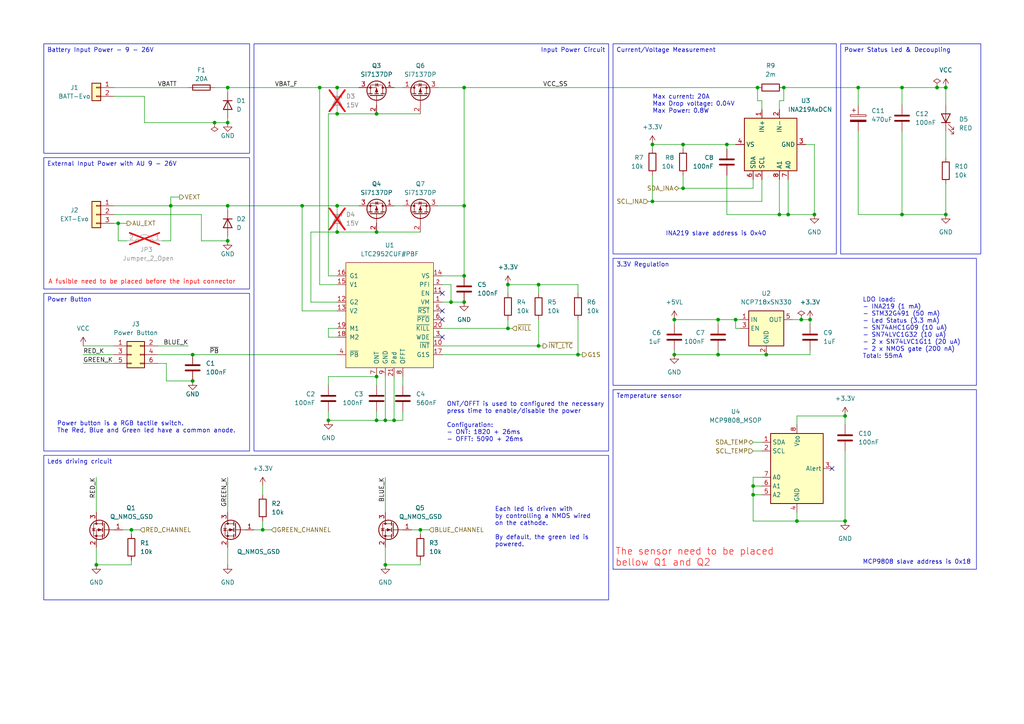
<source format=kicad_sch>
(kicad_sch (version 20230121) (generator eeschema)
  (paper "A4")
  (title_block (title "Carte Alim") (date "2024-03-26") (rev "V5.0"))
  (lib_symbols
    (symbol "ComponentsEvo:LTC2952CUF#PBF" (pin_names (offset 1.016))
      (property "Reference" "U" (at 0 16.51 0))
      (property "Value" "LTC2952CUF#PBF" (at 0 2.54 90))
      (symbol "LTC2952CUF#PBF_0_1"
        (rectangle (start 12.7 15.24) (end -12.7 -15.24) (fill (type background)))
      )
      (symbol "LTC2952CUF#PBF_1_1"
        (pin input line (at 15.24 3.81 180) (length 2.54) (name "VM") (number "1"))
        (pin output line (at 15.24 -8.89 180) (length 2.54) (name "~{INT}") (number "10"))
        (pin output line (at 15.24 6.35 180) (length 2.54) (name "EN") (number "11"))
        (pin output line (at -15.24 3.81 0) (length 2.54) (name "G2") (number "12"))
        (pin power_in line (at -15.24 1.27 0) (length 2.54) (name "V2") (number "13"))
        (pin power_in line (at 15.24 11.43 180) (length 2.54) (name "VS") (number "14"))
        (pin power_in line (at -15.24 8.89 0) (length 2.54) (name "V1") (number "15"))
        (pin output line (at -15.24 11.43 0) (length 2.54) (name "G1") (number "16"))
        (pin output line (at 15.24 -11.43 180) (length 2.54) (name "G1S") (number "17"))
        (pin input line (at -15.24 -6.35 0) (length 2.54) (name "M2") (number "18"))
        (pin input line (at -15.24 -3.81 0) (length 2.54) (name "M1") (number "19"))
        (pin input line (at 15.24 8.89 180) (length 2.54) (name "PFI") (number "2"))
        (pin input line (at 15.24 -3.81 180) (length 2.54) (name "~{KILL}") (number "20"))
        (pin power_in line (at 1.27 -17.78 90) (length 2.54) (name "Pad") (number "21"))
        (pin input line (at 15.24 -6.35 180) (length 2.54) (name "WDE") (number "3"))
        (pin input line (at -15.24 -11.43 0) (length 2.54) (name "~{PB}") (number "4"))
        (pin output line (at 15.24 1.27 180) (length 2.54) (name "~{RST}") (number "5"))
        (pin output line (at 15.24 -1.27 180) (length 2.54) (name "~{PFO}") (number "6"))
        (pin input line (at -3.81 -17.78 90) (length 2.54) (name "ONT") (number "7"))
        (pin input line (at 3.81 -17.78 90) (length 2.54) (name "OFFT") (number "8"))
        (pin power_in line (at -1.27 -17.78 90) (length 2.54) (name "GND") (number "9"))
      )
    )
    (symbol "ComponentsEvo:Si7137DP" (pin_names (offset 0) hide)
      (property "Reference" "Q" (at -6.35 8.89 0))
      (property "Value" "Si7137DP" (at -6.35 6.35 0))
      (symbol "Si7137DP_0_1"
        (polyline (pts (xy 0.254 0) (xy -2.54 0)))
        (polyline (pts (xy 0.254 1.905) (xy 0.254 -1.905)) (stroke (width 0.254)))
        (polyline (pts (xy 0.762 -1.27) (xy 0.762 -2.286)) (stroke (width 0.254)))
        (polyline (pts (xy 0.762 0.508) (xy 0.762 -0.508)) (stroke (width 0.254)))
        (polyline (pts (xy 0.762 2.286) (xy 0.762 1.27)) (stroke (width 0.254)))
        (polyline (pts (xy 2.54 2.54) (xy 2.54 1.778)))
        (polyline (pts (xy 2.54 -2.54) (xy 2.54 0) (xy 0.762 0)))
        (polyline (pts (xy 0.762 -1.778) (xy 3.302 -1.778) (xy 3.302 1.778) (xy 0.762 1.778)))
        (polyline (pts (xy 2.286 0) (xy 1.27 0.381) (xy 1.27 -0.381) (xy 2.286 0)) (fill (type outline)))
        (polyline (pts (xy 2.794 0.508) (xy 2.921 0.381) (xy 3.683 0.381) (xy 3.81 0.254)))
        (polyline (pts (xy 3.302 0.381) (xy 2.921 -0.254) (xy 3.683 -0.254) (xy 3.302 0.381)))
        (circle (center 1.651 0) (radius 2.794) (stroke (width 0.254)))
        (circle (center 2.54 -1.778) (radius 0.254) (fill (type outline)))
        (circle (center 2.54 1.778) (radius 0.254) (fill (type outline)))
      )
      (symbol "Si7137DP_1_1"
        (pin passive line (at 2.54 5.08 270) (length 2.54) (name "D") (number "1"))
        (pin input line (at -5.08 0 0) (length 2.54) (name "G") (number "2"))
        (pin passive line (at 2.54 -5.08 90) (length 2.54) (name "S") (number "3"))
      )
    )
    (symbol "Connector_Generic:Conn_01x02" (pin_names (offset 1.016) hide)
      (property "Reference" "J" (at 0 2.54 0))
      (property "Value" "Conn_01x02" (at 0 -5.08 0))
      (symbol "Conn_01x02_1_1"
        (rectangle (start -1.27 -2.413) (end 0 -2.667) (stroke (width 0.1524)))
        (rectangle (start -1.27 0.127) (end 0 -0.127) (stroke (width 0.1524)))
        (rectangle (start -1.27 1.27) (end 1.27 -3.81) (stroke (width 0.254)) (fill (type background)))
        (pin passive line (at -5.08 0 0) (length 3.81) (name "Pin_1") (number "1"))
        (pin passive line (at -5.08 -2.54 0) (length 3.81) (name "Pin_2") (number "2"))
      )
    )
    (symbol "Connector_Generic:Conn_01x03" (pin_names (offset 1.016) hide)
      (property "Reference" "J" (at 0 5.08 0))
      (property "Value" "Conn_01x03" (at 0 -5.08 0))
      (symbol "Conn_01x03_1_1"
        (rectangle (start -1.27 -2.413) (end 0 -2.667) (stroke (width 0.1524)))
        (rectangle (start -1.27 0.127) (end 0 -0.127) (stroke (width 0.1524)))
        (rectangle (start -1.27 2.667) (end 0 2.413) (stroke (width 0.1524)))
        (rectangle (start -1.27 3.81) (end 1.27 -3.81) (stroke (width 0.254)) (fill (type background)))
        (pin passive line (at -5.08 2.54 0) (length 3.81) (name "Pin_1") (number "1"))
        (pin passive line (at -5.08 0 0) (length 3.81) (name "Pin_2") (number "2"))
        (pin passive line (at -5.08 -2.54 0) (length 3.81) (name "Pin_3") (number "3"))
      )
    )
    (symbol "Connector_Generic:Conn_02x03_Odd_Even" (pin_names (offset 1.016) hide)
      (property "Reference" "J" (at 1.27 5.08 0))
      (property "Value" "Conn_02x03_Odd_Even" (at 1.27 -5.08 0))
      (symbol "Conn_02x03_Odd_Even_1_1"
        (rectangle (start -1.27 -2.413) (end 0 -2.667) (stroke (width 0.1524)))
        (rectangle (start -1.27 0.127) (end 0 -0.127) (stroke (width 0.1524)))
        (rectangle (start -1.27 2.667) (end 0 2.413) (stroke (width 0.1524)))
        (rectangle (start -1.27 3.81) (end 3.81 -3.81) (stroke (width 0.254)) (fill (type background)))
        (rectangle (start 3.81 -2.413) (end 2.54 -2.667) (stroke (width 0.1524)))
        (rectangle (start 3.81 0.127) (end 2.54 -0.127) (stroke (width 0.1524)))
        (rectangle (start 3.81 2.667) (end 2.54 2.413) (stroke (width 0.1524)))
        (pin passive line (at -5.08 2.54 0) (length 3.81) (name "Pin_1") (number "1"))
        (pin passive line (at 7.62 2.54 180) (length 3.81) (name "Pin_2") (number "2"))
        (pin passive line (at -5.08 0 0) (length 3.81) (name "Pin_3") (number "3"))
        (pin passive line (at 7.62 0 180) (length 3.81) (name "Pin_4") (number "4"))
        (pin passive line (at -5.08 -2.54 0) (length 3.81) (name "Pin_5") (number "5"))
        (pin passive line (at 7.62 -2.54 180) (length 3.81) (name "Pin_6") (number "6"))
      )
    )
    (symbol "Device:C" (pin_numbers hide) (pin_names (offset 0.254))
      (property "Reference" "C" (at 0.635 2.54 0))
      (property "Value" "C" (at 0.635 -2.54 0))
      (symbol "C_0_1"
        (polyline (pts (xy -2.032 -0.762) (xy 2.032 -0.762)) (stroke (width 0.508)))
        (polyline (pts (xy -2.032 0.762) (xy 2.032 0.762)) (stroke (width 0.508)))
      )
      (symbol "C_1_1"
        (pin passive line (at 0 3.81 270) (length 2.794) (name "~") (number "1"))
        (pin passive line (at 0 -3.81 90) (length 2.794) (name "~") (number "2"))
      )
    )
    (symbol "Device:C_Polarized" (pin_numbers hide) (pin_names (offset 0.254))
      (property "Reference" "C" (at 0.635 2.54 0))
      (property "Value" "C_Polarized" (at 0.635 -2.54 0))
      (symbol "C_Polarized_0_1"
        (rectangle (start -2.286 0.508) (end 2.286 1.016))
        (polyline (pts (xy -1.778 2.286) (xy -0.762 2.286)))
        (polyline (pts (xy -1.27 2.794) (xy -1.27 1.778)))
        (rectangle (start 2.286 -0.508) (end -2.286 -1.016) (fill (type outline)))
      )
      (symbol "C_Polarized_1_1"
        (pin passive line (at 0 3.81 270) (length 2.794) (name "~") (number "1"))
        (pin passive line (at 0 -3.81 90) (length 2.794) (name "~") (number "2"))
      )
    )
    (symbol "Device:D" (pin_numbers hide) (pin_names (offset 1.016) hide)
      (property "Reference" "D" (at 0 2.54 0))
      (property "Value" "D" (at 0 -2.54 0))
      (symbol "D_0_1"
        (polyline (pts (xy -1.27 1.27) (xy -1.27 -1.27)) (stroke (width 0.254)))
        (polyline (pts (xy 1.27 0) (xy -1.27 0)))
        (polyline (pts (xy 1.27 1.27) (xy 1.27 -1.27) (xy -1.27 0) (xy 1.27 1.27)) (stroke (width 0.254)))
      )
      (symbol "D_1_1"
        (pin passive line (at -3.81 0 0) (length 2.54) (name "K") (number "1"))
        (pin passive line (at 3.81 0 180) (length 2.54) (name "A") (number "2"))
      )
    )
    (symbol "Device:D_Zener" (pin_numbers hide) (pin_names (offset 1.016) hide)
      (property "Reference" "D" (at 0 2.54 0))
      (property "Value" "D_Zener" (at 0 -2.54 0))
      (symbol "D_Zener_0_1"
        (polyline (pts (xy 1.27 0) (xy -1.27 0)))
        (polyline (pts (xy -1.27 -1.27) (xy -1.27 1.27) (xy -0.762 1.27)) (stroke (width 0.254)))
        (polyline (pts (xy 1.27 -1.27) (xy 1.27 1.27) (xy -1.27 0) (xy 1.27 -1.27)) (stroke (width 0.254)))
      )
      (symbol "D_Zener_1_1"
        (pin passive line (at -3.81 0 0) (length 2.54) (name "K") (number "1"))
        (pin passive line (at 3.81 0 180) (length 2.54) (name "A") (number "2"))
      )
    )
    (symbol "Device:Fuse" (pin_numbers hide) (pin_names (offset 0))
      (property "Reference" "F" (at 2.032 0 90))
      (property "Value" "Fuse" (at -1.905 0 90))
      (symbol "Fuse_0_1"
        (rectangle (start -0.762 -2.54) (end 0.762 2.54) (stroke (width 0.254)))
        (polyline (pts (xy 0 2.54) (xy 0 -2.54)))
      )
      (symbol "Fuse_1_1"
        (pin passive line (at 0 3.81 270) (length 1.27) (name "~") (number "1"))
        (pin passive line (at 0 -3.81 90) (length 1.27) (name "~") (number "2"))
      )
    )
    (symbol "Device:LED" (pin_numbers hide) (pin_names (offset 1.016) hide)
      (property "Reference" "D" (at 0 2.54 0))
      (property "Value" "LED" (at 0 -2.54 0))
      (symbol "LED_0_1"
        (polyline (pts (xy -1.27 -1.27) (xy -1.27 1.27)) (stroke (width 0.254)))
        (polyline (pts (xy -1.27 0) (xy 1.27 0)))
        (polyline (pts (xy 1.27 -1.27) (xy 1.27 1.27) (xy -1.27 0) (xy 1.27 -1.27)) (stroke (width 0.254)))
        (polyline (pts (xy -3.048 -0.762) (xy -4.572 -2.286) (xy -3.81 -2.286) (xy -4.572 -2.286) (xy -4.572 -1.524)))
        (polyline (pts (xy -1.778 -0.762) (xy -3.302 -2.286) (xy -2.54 -2.286) (xy -3.302 -2.286) (xy -3.302 -1.524)))
      )
      (symbol "LED_1_1"
        (pin passive line (at -3.81 0 0) (length 2.54) (name "K") (number "1"))
        (pin passive line (at 3.81 0 180) (length 2.54) (name "A") (number "2"))
      )
    )
    (symbol "Device:Q_NMOS_GSD" (pin_names (offset 0) hide)
      (property "Reference" "Q" (at 5.08 1.27 0))
      (property "Value" "Q_NMOS_GSD" (at 5.08 -1.27 0))
      (symbol "Q_NMOS_GSD_0_1"
        (polyline (pts (xy 0.254 0) (xy -2.54 0)))
        (polyline (pts (xy 0.254 1.905) (xy 0.254 -1.905)) (stroke (width 0.254)))
        (polyline (pts (xy 0.762 -1.27) (xy 0.762 -2.286)) (stroke (width 0.254)))
        (polyline (pts (xy 0.762 0.508) (xy 0.762 -0.508)) (stroke (width 0.254)))
        (polyline (pts (xy 0.762 2.286) (xy 0.762 1.27)) (stroke (width 0.254)))
        (polyline (pts (xy 2.54 2.54) (xy 2.54 1.778)))
        (polyline (pts (xy 2.54 -2.54) (xy 2.54 0) (xy 0.762 0)))
        (polyline (pts (xy 0.762 -1.778) (xy 3.302 -1.778) (xy 3.302 1.778) (xy 0.762 1.778)))
        (polyline (pts (xy 1.016 0) (xy 2.032 0.381) (xy 2.032 -0.381) (xy 1.016 0)) (fill (type outline)))
        (polyline (pts (xy 2.794 0.508) (xy 2.921 0.381) (xy 3.683 0.381) (xy 3.81 0.254)))
        (polyline (pts (xy 3.302 0.381) (xy 2.921 -0.254) (xy 3.683 -0.254) (xy 3.302 0.381)))
        (circle (center 1.651 0) (radius 2.794) (stroke (width 0.254)))
        (circle (center 2.54 -1.778) (radius 0.254) (fill (type outline)))
        (circle (center 2.54 1.778) (radius 0.254) (fill (type outline)))
      )
      (symbol "Q_NMOS_GSD_1_1"
        (pin input line (at -5.08 0 0) (length 2.54) (name "G") (number "1"))
        (pin passive line (at 2.54 -5.08 90) (length 2.54) (name "S") (number "2"))
        (pin passive line (at 2.54 5.08 270) (length 2.54) (name "D") (number "3"))
      )
    )
    (symbol "Device:R" (pin_numbers hide) (pin_names (offset 0))
      (property "Reference" "R" (at 2.032 0 90))
      (property "Value" "R" (at 0 0 90))
      (symbol "R_0_1"
        (rectangle (start -1.016 -2.54) (end 1.016 2.54) (stroke (width 0.254)))
      )
      (symbol "R_1_1"
        (pin passive line (at 0 3.81 270) (length 1.27) (name "~") (number "1"))
        (pin passive line (at 0 -3.81 90) (length 1.27) (name "~") (number "2"))
      )
    )
    (symbol "Jumper:Jumper_2_Open" (pin_names (offset 0) hide)
      (property "Reference" "JP" (at 0 2.794 0))
      (property "Value" "Jumper_2_Open" (at 0 -2.286 0))
      (symbol "Jumper_2_Open_0_0"
        (circle (center -2.032 0) (radius 0.508))
        (circle (center 2.032 0) (radius 0.508))
      )
      (symbol "Jumper_2_Open_0_1"
        (arc (start 1.524 1.27) (mid 0 1.778) (end -1.524 1.27))
      )
      (symbol "Jumper_2_Open_1_1"
        (pin passive line (at -5.08 0 0) (length 2.54) (name "A") (number "1"))
        (pin passive line (at 5.08 0 180) (length 2.54) (name "B") (number "2"))
      )
    )
    (symbol "Regulator_Linear:NCP718xSN330"
      (property "Reference" "U" (at -3.81 6.35 0))
      (property "Value" "NCP718xSN330" (at 6.35 6.35 0))
      (symbol "NCP718xSN330_0_1"
        (rectangle (start -5.08 -5.08) (end 5.08 5.08) (stroke (width 0.254)) (fill (type background)))
        (pin power_in line (at -7.62 2.54 0) (length 2.54) (name "IN") (number "1"))
        (pin power_in line (at 0 -7.62 90) (length 2.54) (name "GND") (number "2"))
        (pin input line (at -7.62 0 0) (length 2.54) (name "EN") (number "3"))
        (pin no_connect line (at 5.08 0 180) (length 2.54) hide (name "NC") (number "4"))
        (pin power_out line (at 7.62 2.54 180) (length 2.54) (name "OUT") (number "5"))
      )
    )
    (symbol "Sensor_Energy:INA219AxDCN"
      (property "Reference" "U" (at -6.35 8.89 0))
      (property "Value" "INA219AxDCN" (at 6.35 8.89 0))
      (symbol "INA219AxDCN_0_1"
        (rectangle (start -7.62 7.62) (end 7.62 -7.62) (stroke (width 0.254)) (fill (type background)))
      )
      (symbol "INA219AxDCN_1_1"
        (pin input line (at -10.16 2.54 0) (length 2.54) (name "IN+") (number "1"))
        (pin input line (at -10.16 -2.54 0) (length 2.54) (name "IN-") (number "2"))
        (pin power_in line (at 0 -10.16 90) (length 2.54) (name "GND") (number "3"))
        (pin power_in line (at 0 10.16 270) (length 2.54) (name "VS") (number "4"))
        (pin input line (at 10.16 2.54 180) (length 2.54) (name "SCL") (number "5"))
        (pin bidirectional line (at 10.16 5.08 180) (length 2.54) (name "SDA") (number "6"))
        (pin input line (at 10.16 -5.08 180) (length 2.54) (name "A0") (number "7"))
        (pin input line (at 10.16 -2.54 180) (length 2.54) (name "A1") (number "8"))
      )
    )
    (symbol "Sensor_Temperature:MCP9808_MSOP"
      (property "Reference" "U" (at -6.35 11.43 0))
      (property "Value" "MCP9808_MSOP" (at 10.16 11.43 0))
      (symbol "MCP9808_MSOP_0_1"
        (rectangle (start -7.62 10.16) (end 7.62 -10.16) (stroke (width 0.254)) (fill (type background)))
      )
      (symbol "MCP9808_MSOP_1_1"
        (pin bidirectional line (at -10.16 7.62 0) (length 2.54) (name "SDA") (number "1"))
        (pin input line (at -10.16 5.08 0) (length 2.54) (name "SCL") (number "2"))
        (pin output line (at 10.16 0 180) (length 2.54) (name "Alert") (number "3"))
        (pin power_in line (at 0 -12.7 90) (length 2.54) (name "GND") (number "4"))
        (pin input line (at -10.16 -7.62 0) (length 2.54) (name "A2") (number "5"))
        (pin input line (at -10.16 -5.08 0) (length 2.54) (name "A1") (number "6"))
        (pin input line (at -10.16 -2.54 0) (length 2.54) (name "A0") (number "7"))
        (pin power_in line (at 0 12.7 270) (length 2.54) (name "V_{DD}") (number "8"))
      )
    )
    (symbol "power:+3.3V" (power) (pin_names (offset 0))
      (property "Value" "+3.3V" (at 0 3.556 0))
      (symbol "+3.3V_0_1"
        (polyline (pts (xy -0.762 1.27) (xy 0 2.54)))
        (polyline (pts (xy 0 0) (xy 0 2.54)))
        (polyline (pts (xy 0 2.54) (xy 0.762 1.27)))
      )
      (symbol "+3.3V_1_1"
        (pin power_in line (at 0 0 90) (length 0) hide (name "+3.3V") (number "1"))
      )
    )
    (symbol "power:+5VL" (power) (pin_names (offset 0))
      (property "Value" "+5VL" (at 0 3.556 0))
      (symbol "+5VL_0_1"
        (polyline (pts (xy -0.762 1.27) (xy 0 2.54)))
        (polyline (pts (xy 0 0) (xy 0 2.54)))
        (polyline (pts (xy 0 2.54) (xy 0.762 1.27)))
      )
      (symbol "+5VL_1_1"
        (pin power_in line (at 0 0 90) (length 0) hide (name "+5VL") (number "1"))
      )
    )
    (symbol "power:GND" (power) (pin_names (offset 0))
      (property "Value" "GND" (at 0 -3.81 0))
      (symbol "GND_0_1"
        (polyline (pts (xy 0 0) (xy 0 -1.27) (xy 1.27 -1.27) (xy 0 -2.54) (xy -1.27 -1.27) (xy 0 -1.27)))
      )
      (symbol "GND_1_1"
        (pin power_in line (at 0 0 270) (length 0) hide (name "GND") (number "1"))
      )
    )
    (symbol "power:PWR_FLAG" (power) (pin_numbers hide) (pin_names (offset 0) hide)
      (property "Value" "PWR_FLAG" (at 0 3.81 0))
      (symbol "PWR_FLAG_0_0"
        (pin power_out line (at 0 0 90) (length 0) (name "pwr") (number "1"))
      )
      (symbol "PWR_FLAG_0_1"
        (polyline (pts (xy 0 0) (xy 0 1.27) (xy -1.016 1.905) (xy 0 2.54) (xy 1.016 1.905) (xy 0 1.27)))
      )
    )
    (symbol "power:VCC" (power) (pin_names (offset 0))
      (property "Value" "VCC" (at 0 3.81 0))
      (symbol "VCC_0_1"
        (polyline (pts (xy -0.762 1.27) (xy 0 2.54)))
        (polyline (pts (xy 0 0) (xy 0 2.54)))
        (polyline (pts (xy 0 2.54) (xy 0.762 1.27)))
      )
      (symbol "VCC_1_1"
        (pin power_in line (at 0 0 90) (length 0) hide (name "VCC") (number "1"))
      )
    )
  )
  (junction (at 208.28 92.71))
  (junction (at 114.3 121.92))
  (junction (at 274.32 62.23))
  (junction (at 219.71 25.4))
  (junction (at 134.62 59.69))
  (junction (at 227.33 25.4))
  (junction (at 55.88 102.87))
  (junction (at 261.62 25.4))
  (junction (at 130.81 87.63))
  (junction (at 111.76 121.92))
  (junction (at 95.25 121.92))
  (junction (at 232.41 92.71))
  (junction (at 218.44 140.97))
  (junction (at 87.63 59.69))
  (junction (at 92.71 25.4))
  (junction (at 248.92 25.4))
  (junction (at 156.21 82.55))
  (junction (at 109.22 121.92))
  (junction (at 66.04 59.69))
  (junction (at 261.62 62.23))
  (junction (at 189.23 41.91))
  (junction (at 271.78 25.4))
  (junction (at 234.95 92.71))
  (junction (at 195.58 102.87))
  (junction (at 156.21 100.33))
  (junction (at 121.92 153.67))
  (junction (at 210.82 41.91))
  (junction (at 222.25 102.87))
  (junction (at 97.79 67.31))
  (junction (at 147.32 82.55))
  (junction (at 218.44 143.51))
  (junction (at 62.23 35.56))
  (junction (at 134.62 25.4))
  (junction (at 208.28 102.87))
  (junction (at 76.2 153.67))
  (junction (at 109.22 109.22))
  (junction (at 97.79 59.69))
  (junction (at 49.53 59.69))
  (junction (at 134.62 87.63))
  (junction (at 245.11 151.13))
  (junction (at 147.32 95.25))
  (junction (at 66.04 25.4))
  (junction (at 167.64 102.87))
  (junction (at 27.94 163.83))
  (junction (at 228.6 62.23))
  (junction (at 66.04 69.85))
  (junction (at 226.06 62.23))
  (junction (at 55.88 110.49))
  (junction (at 109.22 67.31))
  (junction (at 213.36 92.71))
  (junction (at 274.32 25.4))
  (junction (at 245.11 120.65))
  (junction (at 189.23 58.42))
  (junction (at 97.79 25.4))
  (junction (at 231.14 151.13))
  (junction (at 134.62 80.01))
  (junction (at 236.22 62.23))
  (junction (at 66.04 35.56))
  (junction (at 198.12 41.91))
  (junction (at 38.1 153.67))
  (junction (at 195.58 92.71))
  (junction (at 97.79 33.02))
  (junction (at 111.76 163.83))
  (junction (at 198.12 54.61))
  (junction (at 109.22 33.02))
  (junction (at 34.29 64.77))
  (no_connect (at 128.27 85.09))
  (no_connect (at 128.27 90.17))
  (no_connect (at 128.27 92.71))
  (no_connect (at 241.3 135.89))
  (no_connect (at 128.27 97.79))
  (wire (pts (xy 97.79 90.17) (xy 87.63 90.17)))
  (wire (pts (xy 33.02 59.69) (xy 49.53 59.69)))
  (wire (pts (xy 114.3 59.69) (xy 116.84 59.69)))
  (wire (pts (xy 38.1 153.67) (xy 40.64 153.67)))
  (wire (pts (xy 218.44 128.27) (xy 220.98 128.27)))
  (wire (pts (xy 48.26 105.41) (xy 48.26 110.49)))
  (wire (pts (xy 261.62 25.4) (xy 261.62 30.48)))
  (wire (pts (xy 95.25 109.22) (xy 95.25 111.76)))
  (wire (pts (xy 147.32 82.55) (xy 156.21 82.55)))
  (wire (pts (xy 261.62 38.1) (xy 261.62 62.23)))
  (wire (pts (xy 195.58 102.87) (xy 208.28 102.87)))
  (wire (pts (xy 35.56 153.67) (xy 38.1 153.67)))
  (wire (pts (xy 220.98 29.21) (xy 220.98 31.75)))
  (wire (pts (xy 97.79 33.02) (xy 95.25 33.02)))
  (wire (pts (xy 218.44 143.51) (xy 220.98 143.51)))
  (wire (pts (xy 198.12 54.61) (xy 218.44 54.61)))
  (wire (pts (xy 109.22 111.76) (xy 109.22 109.22)))
  (wire (pts (xy 228.6 52.07) (xy 228.6 62.23)))
  (wire (pts (xy 95.25 80.01) (xy 97.79 80.01)))
  (wire (pts (xy 48.26 110.49) (xy 55.88 110.49)))
  (wire (pts (xy 111.76 138.43) (xy 111.76 148.59)))
  (wire (pts (xy 189.23 43.18) (xy 189.23 41.91)))
  (wire (pts (xy 227.33 29.21) (xy 227.33 25.4)))
  (wire (pts (xy 274.32 25.4) (xy 274.32 30.48)))
  (wire (pts (xy 41.91 27.94) (xy 41.91 35.56)))
  (wire (pts (xy 33.02 64.77) (xy 34.29 64.77)))
  (wire (pts (xy 167.64 82.55) (xy 167.64 85.09)))
  (wire (pts (xy 111.76 109.22) (xy 111.76 121.92)))
  (wire (pts (xy 156.21 100.33) (xy 128.27 100.33)))
  (wire (pts (xy 248.92 38.1) (xy 248.92 62.23)))
  (wire (pts (xy 114.3 25.4) (xy 116.84 25.4)))
  (wire (pts (xy 231.14 120.65) (xy 231.14 123.19)))
  (wire (pts (xy 45.72 105.41) (xy 48.26 105.41)))
  (wire (pts (xy 167.64 102.87) (xy 167.64 92.71)))
  (wire (pts (xy 114.3 121.92) (xy 116.84 121.92)))
  (wire (pts (xy 66.04 34.29) (xy 66.04 35.56)))
  (wire (pts (xy 97.79 95.25) (xy 95.25 95.25)))
  (wire (pts (xy 41.91 35.56) (xy 62.23 35.56)))
  (wire (pts (xy 24.13 102.87) (xy 33.02 102.87)))
  (wire (pts (xy 214.63 95.25) (xy 213.36 95.25)))
  (wire (pts (xy 195.58 101.6) (xy 195.58 102.87)))
  (wire (pts (xy 248.92 25.4) (xy 248.92 30.48)))
  (wire (pts (xy 34.29 64.77) (xy 36.83 64.77)))
  (wire (pts (xy 46.99 69.85) (xy 49.53 69.85)))
  (wire (pts (xy 234.95 101.6) (xy 234.95 102.87)))
  (wire (pts (xy 127 59.69) (xy 134.62 59.69)))
  (wire (pts (xy 119.38 153.67) (xy 121.92 153.67)))
  (wire (pts (xy 274.32 38.1) (xy 274.32 45.72)))
  (wire (pts (xy 66.04 26.67) (xy 66.04 25.4)))
  (wire (pts (xy 66.04 138.43) (xy 66.04 148.59)))
  (wire (pts (xy 218.44 130.81) (xy 220.98 130.81)))
  (wire (pts (xy 128.27 82.55) (xy 130.81 82.55)))
  (wire (pts (xy 198.12 50.8) (xy 198.12 54.61)))
  (wire (pts (xy 134.62 59.69) (xy 134.62 80.01)))
  (wire (pts (xy 95.25 121.92) (xy 95.25 119.38)))
  (wire (pts (xy 121.92 154.94) (xy 121.92 153.67)))
  (wire (pts (xy 134.62 25.4) (xy 134.62 59.69)))
  (wire (pts (xy 66.04 59.69) (xy 66.04 60.96)))
  (wire (pts (xy 189.23 41.91) (xy 198.12 41.91)))
  (wire (pts (xy 24.13 105.41) (xy 33.02 105.41)))
  (wire (pts (xy 121.92 163.83) (xy 111.76 163.83)))
  (wire (pts (xy 95.25 97.79) (xy 97.79 97.79)))
  (wire (pts (xy 90.17 67.31) (xy 90.17 87.63)))
  (wire (pts (xy 234.95 92.71) (xy 234.95 93.98)))
  (wire (pts (xy 97.79 67.31) (xy 109.22 67.31)))
  (wire (pts (xy 228.6 62.23) (xy 236.22 62.23)))
  (wire (pts (xy 49.53 57.15) (xy 49.53 59.69)))
  (wire (pts (xy 38.1 163.83) (xy 27.94 163.83)))
  (wire (pts (xy 109.22 67.31) (xy 121.92 67.31)))
  (wire (pts (xy 245.11 120.65) (xy 245.11 123.19)))
  (wire (pts (xy 34.29 69.85) (xy 36.83 69.85)))
  (wire (pts (xy 218.44 140.97) (xy 218.44 143.51)))
  (wire (pts (xy 33.02 62.23) (xy 58.42 62.23)))
  (wire (pts (xy 55.88 102.87) (xy 97.79 102.87)))
  (wire (pts (xy 189.23 50.8) (xy 189.23 58.42)))
  (wire (pts (xy 76.2 140.97) (xy 76.2 143.51)))
  (wire (pts (xy 245.11 120.65) (xy 231.14 120.65)))
  (wire (pts (xy 52.07 57.15) (xy 49.53 57.15)))
  (wire (pts (xy 226.06 52.07) (xy 226.06 62.23)))
  (wire (pts (xy 134.62 25.4) (xy 219.71 25.4)))
  (wire (pts (xy 167.64 102.87) (xy 168.91 102.87)))
  (wire (pts (xy 121.92 153.67) (xy 124.46 153.67)))
  (wire (pts (xy 66.04 59.69) (xy 87.63 59.69)))
  (wire (pts (xy 248.92 25.4) (xy 261.62 25.4)))
  (wire (pts (xy 87.63 59.69) (xy 87.63 90.17)))
  (wire (pts (xy 147.32 95.25) (xy 148.59 95.25)))
  (wire (pts (xy 49.53 59.69) (xy 66.04 59.69)))
  (wire (pts (xy 38.1 162.56) (xy 38.1 163.83)))
  (wire (pts (xy 232.41 92.71) (xy 234.95 92.71)))
  (wire (pts (xy 49.53 69.85) (xy 49.53 59.69)))
  (wire (pts (xy 236.22 41.91) (xy 233.68 41.91)))
  (wire (pts (xy 231.14 151.13) (xy 218.44 151.13)))
  (wire (pts (xy 73.66 153.67) (xy 76.2 153.67)))
  (wire (pts (xy 111.76 121.92) (xy 114.3 121.92)))
  (wire (pts (xy 76.2 151.13) (xy 76.2 153.67)))
  (wire (pts (xy 213.36 92.71) (xy 214.63 92.71)))
  (wire (pts (xy 210.82 43.18) (xy 210.82 41.91)))
  (wire (pts (xy 121.92 162.56) (xy 121.92 163.83)))
  (wire (pts (xy 130.81 82.55) (xy 130.81 87.63)))
  (wire (pts (xy 128.27 102.87) (xy 167.64 102.87)))
  (wire (pts (xy 156.21 82.55) (xy 156.21 85.09)))
  (wire (pts (xy 128.27 80.01) (xy 134.62 80.01)))
  (wire (pts (xy 109.22 121.92) (xy 109.22 119.38)))
  (wire (pts (xy 208.28 92.71) (xy 213.36 92.71)))
  (wire (pts (xy 33.02 25.4) (xy 54.61 25.4)))
  (wire (pts (xy 116.84 111.76) (xy 116.84 109.22)))
  (wire (pts (xy 95.25 109.22) (xy 109.22 109.22)))
  (wire (pts (xy 213.36 41.91) (xy 210.82 41.91)))
  (wire (pts (xy 220.98 138.43) (xy 218.44 138.43)))
  (wire (pts (xy 111.76 121.92) (xy 109.22 121.92)))
  (wire (pts (xy 156.21 82.55) (xy 167.64 82.55)))
  (wire (pts (xy 62.23 35.56) (xy 66.04 35.56)))
  (wire (pts (xy 76.2 153.67) (xy 78.74 153.67)))
  (wire (pts (xy 271.78 25.4) (xy 274.32 25.4)))
  (wire (pts (xy 219.71 29.21) (xy 219.71 25.4)))
  (wire (pts (xy 87.63 59.69) (xy 97.79 59.69)))
  (wire (pts (xy 274.32 53.34) (xy 274.32 62.23)))
  (wire (pts (xy 261.62 62.23) (xy 274.32 62.23)))
  (wire (pts (xy 114.3 109.22) (xy 114.3 121.92)))
  (wire (pts (xy 127 25.4) (xy 134.62 25.4)))
  (wire (pts (xy 34.29 64.77) (xy 34.29 69.85)))
  (wire (pts (xy 226.06 29.21) (xy 226.06 31.75)))
  (wire (pts (xy 147.32 82.55) (xy 147.32 85.09)))
  (wire (pts (xy 198.12 43.18) (xy 198.12 41.91)))
  (wire (pts (xy 66.04 25.4) (xy 92.71 25.4)))
  (wire (pts (xy 97.79 67.31) (xy 90.17 67.31)))
  (wire (pts (xy 195.58 92.71) (xy 208.28 92.71)))
  (wire (pts (xy 27.94 163.83) (xy 27.94 158.75)))
  (wire (pts (xy 97.79 25.4) (xy 104.14 25.4)))
  (wire (pts (xy 58.42 62.23) (xy 58.42 69.85)))
  (wire (pts (xy 227.33 25.4) (xy 248.92 25.4)))
  (wire (pts (xy 90.17 87.63) (xy 97.79 87.63)))
  (wire (pts (xy 156.21 100.33) (xy 157.48 100.33)))
  (wire (pts (xy 228.6 62.23) (xy 226.06 62.23)))
  (wire (pts (xy 130.81 87.63) (xy 134.62 87.63)))
  (wire (pts (xy 66.04 163.83) (xy 66.04 158.75)))
  (wire (pts (xy 210.82 62.23) (xy 210.82 50.8)))
  (wire (pts (xy 97.79 33.02) (xy 109.22 33.02)))
  (wire (pts (xy 45.72 100.33) (xy 54.61 100.33)))
  (wire (pts (xy 195.58 92.71) (xy 195.58 93.98)))
  (wire (pts (xy 97.79 59.69) (xy 104.14 59.69)))
  (wire (pts (xy 226.06 62.23) (xy 210.82 62.23)))
  (wire (pts (xy 92.71 25.4) (xy 97.79 25.4)))
  (wire (pts (xy 97.79 82.55) (xy 92.71 82.55)))
  (wire (pts (xy 128.27 87.63) (xy 130.81 87.63)))
  (wire (pts (xy 58.42 69.85) (xy 66.04 69.85)))
  (wire (pts (xy 226.06 29.21) (xy 227.33 29.21)))
  (wire (pts (xy 111.76 163.83) (xy 111.76 158.75)))
  (wire (pts (xy 66.04 69.85) (xy 66.04 68.58)))
  (wire (pts (xy 245.11 130.81) (xy 245.11 151.13)))
  (wire (pts (xy 95.25 95.25) (xy 95.25 97.79)))
  (wire (pts (xy 208.28 102.87) (xy 222.25 102.87)))
  (wire (pts (xy 218.44 140.97) (xy 220.98 140.97)))
  (wire (pts (xy 92.71 82.55) (xy 92.71 25.4)))
  (wire (pts (xy 189.23 58.42) (xy 220.98 58.42)))
  (wire (pts (xy 208.28 92.71) (xy 208.28 93.98)))
  (wire (pts (xy 95.25 121.92) (xy 109.22 121.92)))
  (wire (pts (xy 128.27 95.25) (xy 147.32 95.25)))
  (wire (pts (xy 41.91 27.94) (xy 33.02 27.94)))
  (wire (pts (xy 222.25 102.87) (xy 234.95 102.87)))
  (wire (pts (xy 27.94 138.43) (xy 27.94 148.59)))
  (wire (pts (xy 229.87 92.71) (xy 232.41 92.71)))
  (wire (pts (xy 66.04 25.4) (xy 62.23 25.4)))
  (wire (pts (xy 196.85 54.61) (xy 198.12 54.61)))
  (wire (pts (xy 248.92 62.23) (xy 261.62 62.23)))
  (wire (pts (xy 213.36 95.25) (xy 213.36 92.71)))
  (wire (pts (xy 147.32 92.71) (xy 147.32 95.25)))
  (wire (pts (xy 245.11 151.13) (xy 231.14 151.13)))
  (wire (pts (xy 95.25 33.02) (xy 95.25 80.01)))
  (wire (pts (xy 220.98 58.42) (xy 220.98 52.07)))
  (wire (pts (xy 261.62 25.4) (xy 271.78 25.4)))
  (wire (pts (xy 231.14 148.59) (xy 231.14 151.13)))
  (wire (pts (xy 109.22 33.02) (xy 121.92 33.02)))
  (wire (pts (xy 220.98 29.21) (xy 219.71 29.21)))
  (wire (pts (xy 218.44 143.51) (xy 218.44 151.13)))
  (wire (pts (xy 38.1 154.94) (xy 38.1 153.67)))
  (wire (pts (xy 24.13 100.33) (xy 33.02 100.33)))
  (wire (pts (xy 208.28 101.6) (xy 208.28 102.87)))
  (wire (pts (xy 156.21 92.71) (xy 156.21 100.33)))
  (wire (pts (xy 236.22 62.23) (xy 236.22 41.91)))
  (wire (pts (xy 218.44 138.43) (xy 218.44 140.97)))
  (wire (pts (xy 187.96 58.42) (xy 189.23 58.42)))
  (wire (pts (xy 198.12 41.91) (xy 210.82 41.91)))
  (wire (pts (xy 218.44 54.61) (xy 218.44 52.07)))
  (wire (pts (xy 116.84 121.92) (xy 116.84 119.38)))
  (wire (pts (xy 45.72 102.87) (xy 55.88 102.87)))
  (text_box "Temperature sensor" (at 177.8 113.03 0) (size 105.41 52.07) (effects (font (size 1.27 1.27)) (justify left top)))
  (text_box "Power Button" (at 12.7 85.09 0) (size 59.69 45.72) (effects (font (size 1.27 1.27)) (justify left top)))
  (text_box "Current/Voltage Measurement" (at 177.8 12.7 0) (size 64.77 60.96) (effects (font (size 1.27 1.27)) (justify left top)))
  (text_box "External Input Power with AU 9 - 26V" (at 12.7 45.72 0) (size 59.69 38.1) (effects (font (size 1.27 1.27)) (justify left top)))
  (text_box "Input Power Circuit" (at 73.66 12.7 0) (size 102.87 118.11) (effects (font (size 1.27 1.27)) (justify right top)))
  (text_box "3.3V Regulation" (at 177.8 74.93 0) (size 105.41 36.83) (effects (font (size 1.27 1.27)) (justify left top)))
  (text_box "Power Status Led & Decoupling" (at 243.84 12.7 0) (size 40.64 60.96) (effects (font (size 1.27 1.27)) (justify left top)))
  (text_box "Battery Input Power - 9 - 26V" (at 12.7 12.7 0) (size 59.69 31.75) (effects (font (size 1.27 1.27)) (justify left top)))
  (text_box "Leds driving cricuit" (at 12.7 132.08 0) (size 163.83 41.91) (effects (font (size 1.27 1.27)) (justify left top)))
  (text "A fusible need to be placed before the input connector" (at 13.97 82.55 0) (effects (font (size 1.27 1.27)) (justify left bottom)))
  (text "INA219 slave address is 0x40" (at 193.04 68.58 0) (effects (font (size 1.27 1.27)) (justify left bottom)))
  (text "The sensor need to be placed\nbellow Q1 and Q2" (at 178.435 164.465 0) (effects (font (size 2 2)) (justify left bottom)))
  (text "Each led is driven with\nby controlling a NMOS wired\non the cathode.\n\nBy default, the green led is\npowered." (at 143.51 158.75 0) (effects (font (size 1.27 1.27)) (justify left bottom)))
  (text "ONT/OFFT is used to configured the necessary\npress time to enable/disable the power\n\nConfiguration:\n- ONT: 1820 + 26ms\n- OFFT: 5090 + 26ms" (at 129.54 128.27 0) (effects (font (size 1.27 1.27)) (justify left bottom)))
  (text "Power button is a RGB tactile switch.\nThe Red, Blue and Green led have a common anode." (at 16.51 125.73 0) (effects (font (size 1.27 1.27)) (justify left bottom)))
  (text "MCP9808 slave address is 0x18" (at 250.19 163.83 0) (effects (font (size 1.27 1.27)) (justify left bottom)))
  (text "Max current: 20A\nMax Drop voltage: 0.04V\nMax Power: 0.8W" (at 189.23 33.02 0) (effects (font (size 1.27 1.27)) (justify left bottom)))
  (text "LDO load:\n- INA219 (1 mA)\n- STM32G491 (50 mA)\n- Led Status (3.3 mA)\n- SN74AHC1G09 (10 uA)\n- SN74LVC1G32 (10 uA)\n- 2 x SN74LVC1G11 (20 uA)\n- 2 x NMOS gate (200 nA)\nTotal: 55mA" (at 250.19 104.14 0) (effects (font (size 1.27 1.27)) (justify left bottom)))
  (label "VBAT_F" (at 86.36 25.4 180))
  (label "RED_K" (at 24.13 102.87 0))
  (label "RED_K" (at 27.94 138.43 270))
  (label "VBATT" (at 45.72 25.4 0))
  (label "GREEN_K" (at 24.13 105.41 0))
  (label "~{PB}" (at 63.5 102.87 180))
  (label "VCC_SS" (at 157.48 25.4 0))
  (label "BLUE_K" (at 111.76 138.43 270))
  (label "GREEN_K" (at 66.04 138.43 270))
  (label "BLUE_K" (at 54.61 100.33 180))
  (hierarchical_label "SDA_INA" (shape bidirectional) (at 196.85 54.61 180))
  (hierarchical_label "SCL_INA" (shape input) (at 187.96 58.42 180))
  (hierarchical_label "BLUE_CHANNEL" (shape input) (at 124.46 153.67 0))
  (hierarchical_label "VEXT" (shape output) (at 52.07 57.15 0))
  (hierarchical_label "~{INT_LTC}" (shape output) (at 157.48 100.33 0))
  (hierarchical_label "SDA_TEMP" (shape bidirectional) (at 218.44 128.27 180))
  (hierarchical_label "GREEN_CHANNEL" (shape input) (at 78.74 153.67 0))
  (hierarchical_label "~{KILL}" (shape input) (at 148.59 95.25 0))
  (hierarchical_label "AU_EXT" (shape output) (at 36.83 64.77 0))
  (hierarchical_label "G1S" (shape output) (at 168.91 102.87 0))
  (hierarchical_label "RED_CHANNEL" (shape input) (at 40.64 153.67 0))
  (hierarchical_label "SCL_TEMP" (shape input) (at 218.44 130.81 180))
  (symbol (lib_id "Sensor_Temperature:MCP9808_MSOP") (at 231.14 135.89 0) (unit 1)
    (property "Reference" "U4" (at 213.36 119.38 0))
    (property "Value" "MCP9808_MSOP" (at 213.36 121.92 0))
    (property "Footprint" "Package_SO:MSOP-8_3x3mm_P0.65mm" (effects hide))
    (property "Datasheet" "http://ww1.microchip.com/downloads/en/DeviceDoc/22203b.pdf" (effects hide))
  )
  (symbol (lib_id "Sensor_Energy:INA219AxDCN") (at 223.52 41.91 90) (mirror x) (unit 1)
    (property "Reference" "U3" (at 233.68 29.21 90))
    (property "Value" "INA219AxDCN" (at 234.95 31.75 90))
    (property "Footprint" "Package_TO_SOT_SMD:SOT-23-8" (effects hide))
    (property "Datasheet" "http://www.ti.com/lit/ds/symlink/ina219.pdf" (effects hide))
  )
  (symbol (lib_id "ComponentsEvo:Si7137DP") (at 109.22 62.23 270) (mirror x) (unit 1)
    (property "Reference" "Q4" (at 109.22 53.34 90))
    (property "Value" "Si7137DP" (at 109.22 55.88 90))
    (property "Footprint" "ComponentsEvo:PowerPak-SO8_5.15x6.15mm_Pitch1.27mm" (effects hide))
    (property "Datasheet" "https://4donline.ihs.com/images/VipMasterIC/IC/VISH/VISH-S-A0001798621/VISH-S-A0001798621-1.pdf?hkey=6D3A4C79FDBF58556ACFDE234799DDF0" (effects hide))
  )
  (symbol (lib_id "Device:Q_NMOS_GSD") (at 30.48 153.67 0) (mirror y) (unit 1)
    (property "Reference" "Q1" (at 39.37 147.32 0) (effects (justify left)))
    (property "Value" "Q_NMOS_GSD" (at 44.45 149.86 0) (effects (justify left)))
    (property "Footprint" "Package_TO_SOT_SMD:SOT-23" (effects hide))
  )
  (symbol (lib_id "Device:D") (at 66.04 30.48 270) (unit 1)
    (property "Reference" "D1" (at 68.58 29.21 90) (effects (justify left)))
    (property "Value" "D" (at 68.58 31.75 90) (effects (justify left)))
    (property "Footprint" "ComponentsEvo:DO-214AB" (effects hide))
    (property "Sim.Device" "D" (effects hide))
    (property "Sim.Pins" "1=K 2=A" (effects hide))
  )
  (symbol (lib_id "Device:R") (at 121.92 158.75 0) (unit 1)
    (property "Reference" "R3" (at 124.46 157.48 0) (effects (justify left)))
    (property "Value" "10k" (at 124.46 160.02 0) (effects (justify left)))
    (property "Footprint" "Resistor_SMD:R_0603_1608Metric" (effects hide))
  )
  (symbol (lib_id "Device:D_Zener") (at 97.79 29.21 270) (unit 1) (in_bom no) (dnp yes)
    (property "Reference" "D3" (at 100.33 27.94 90) (effects (justify left)))
    (property "Value" "15V" (at 100.33 30.48 90) (effects (justify left)))
    (property "Footprint" "Diode_SMD:D_SOD-523" (effects hide))
  )
  (symbol (lib_id "Device:C") (at 55.88 106.68 0) (unit 1)
    (property "Reference" "C1" (at 59.69 105.41 0) (effects (justify left)))
    (property "Value" "100nF" (at 59.69 107.95 0) (effects (justify left)))
    (property "Footprint" "Capacitor_SMD:C_0603_1608Metric" (effects hide))
  )
  (symbol (lib_id "power:GND") (at 236.22 62.23 0) (mirror y) (unit 1)
    (property "Reference" "#PWR017" (effects hide))
    (property "Value" "GND" (at 236.22 67.31 0))
  )
  (symbol (lib_id "Device:R") (at 198.12 46.99 0) (mirror y) (unit 1)
    (property "Reference" "R8" (at 195.58 45.72 0) (effects (justify left)))
    (property "Value" "10k" (at 195.58 48.26 0) (effects (justify left)))
    (property "Footprint" "Resistor_SMD:R_0603_1608Metric" (effects hide))
  )
  (symbol (lib_id "power:GND") (at 134.62 87.63 0) (unit 1)
    (property "Reference" "#PWR011" (effects hide))
    (property "Value" "GND" (at 134.62 92.71 0))
  )
  (symbol (lib_id "power:PWR_FLAG") (at 62.23 35.56 180) (unit 1)
    (property "Reference" "#FLG01" (effects hide))
    (property "Value" "PWR_FLAG" (effects hide))
  )
  (symbol (lib_id "Device:D") (at 66.04 64.77 270) (unit 1)
    (property "Reference" "D2" (at 68.58 63.5 90) (effects (justify left)))
    (property "Value" "D" (at 68.58 66.04 90) (effects (justify left)))
    (property "Footprint" "ComponentsEvo:DO-214AB" (effects hide))
    (property "Sim.Device" "D" (effects hide))
    (property "Sim.Pins" "1=K 2=A" (effects hide))
  )
  (symbol (lib_id "Device:C") (at 210.82 46.99 0) (mirror y) (unit 1)
    (property "Reference" "C8" (at 207.01 45.72 0) (effects (justify left)))
    (property "Value" "100nF" (at 207.01 48.26 0) (effects (justify left)))
    (property "Footprint" "Capacitor_SMD:C_0603_1608Metric" (effects hide))
  )
  (symbol (lib_id "Device:R") (at 223.52 25.4 90) (mirror x) (unit 1)
    (property "Reference" "R9" (at 223.52 19.05 90))
    (property "Value" "2m" (at 223.52 21.59 90))
    (property "Footprint" "Resistor_SMD:R_2512_6332Metric" (effects hide))
  )
  (symbol (lib_id "Device:Q_NMOS_GSD") (at 114.3 153.67 0) (mirror y) (unit 1)
    (property "Reference" "Q5" (at 123.19 147.32 0) (effects (justify left)))
    (property "Value" "Q_NMOS_GSD" (at 128.27 149.86 0) (effects (justify left)))
    (property "Footprint" "Package_TO_SOT_SMD:SOT-23" (effects hide))
  )
  (symbol (lib_id "Device:R") (at 189.23 46.99 0) (mirror y) (unit 1)
    (property "Reference" "R7" (at 186.69 45.72 0) (effects (justify left)))
    (property "Value" "10k" (at 186.69 48.26 0) (effects (justify left)))
    (property "Footprint" "Resistor_SMD:R_0603_1608Metric" (effects hide))
  )
  (symbol (lib_id "power:GND") (at 27.94 163.83 0) (unit 1)
    (property "Reference" "#PWR03" (effects hide))
    (property "Value" "GND" (at 27.94 168.91 0))
  )
  (symbol (lib_id "ComponentsEvo:Si7137DP") (at 121.92 62.23 90) (unit 1)
    (property "Reference" "Q7" (at 121.92 53.34 90))
    (property "Value" "Si7137DP" (at 121.92 55.88 90))
    (property "Footprint" "ComponentsEvo:PowerPak-SO8_5.15x6.15mm_Pitch1.27mm" (effects hide))
    (property "Datasheet" "https://4donline.ihs.com/images/VipMasterIC/IC/VISH/VISH-S-A0001798621/VISH-S-A0001798621-1.pdf?hkey=6D3A4C79FDBF58556ACFDE234799DDF0" (effects hide))
  )
  (symbol (lib_id "power:GND") (at 66.04 69.85 0) (unit 1)
    (property "Reference" "#PWR06" (effects hide))
    (property "Value" "GND" (at 66.04 73.66 0))
  )
  (symbol (lib_id "power:+3.3V") (at 234.95 92.71 0) (unit 1)
    (property "Reference" "#PWR016" (effects hide))
    (property "Value" "+3.3V" (at 234.95 87.63 0))
  )
  (symbol (lib_id "Regulator_Linear:NCP718xSN330") (at 222.25 95.25 0) (unit 1)
    (property "Reference" "U2" (at 222.25 85.09 0))
    (property "Value" "NCP718xSN330" (at 222.25 87.63 0))
    (property "Footprint" "Package_TO_SOT_SMD:SOT-23-5" (effects hide))
    (property "Datasheet" "https://www.onsemi.com/pub/Collateral/NCP718-D.PDF" (effects hide))
  )
  (symbol (lib_id "power:+3.3V") (at 189.23 41.91 0) (mirror y) (unit 1)
    (property "Reference" "#PWR013" (effects hide))
    (property "Value" "+3.3V" (at 189.23 36.83 0))
  )
  (symbol (lib_id "power:+5VL") (at 195.58 92.71 0) (unit 1)
    (property "Reference" "#PWR014" (effects hide))
    (property "Value" "+5VL" (at 195.58 87.63 0))
  )
  (symbol (lib_id "Device:R") (at 76.2 147.32 0) (unit 1)
    (property "Reference" "R2" (at 78.74 146.05 0) (effects (justify left)))
    (property "Value" "10k" (at 78.74 148.59 0) (effects (justify left)))
    (property "Footprint" "Resistor_SMD:R_0603_1608Metric" (effects hide))
  )
  (symbol (lib_id "power:GND") (at 245.11 151.13 0) (unit 1)
    (property "Reference" "#PWR019" (effects hide))
    (property "Value" "GND" (at 245.11 156.21 0))
  )
  (symbol (lib_id "power:GND") (at 95.25 121.92 0) (unit 1)
    (property "Reference" "#PWR09" (effects hide))
    (property "Value" "GND" (at 95.25 127 0))
  )
  (symbol (lib_id "Device:R") (at 167.64 88.9 0) (unit 1)
    (property "Reference" "R6" (at 170.18 87.63 0) (effects (justify left)))
    (property "Value" "10k" (at 170.18 90.17 0) (effects (justify left)))
    (property "Footprint" "Resistor_SMD:R_0603_1608Metric" (effects hide))
  )
  (symbol (lib_id "Device:C") (at 261.62 34.29 0) (unit 1)
    (property "Reference" "C12" (at 265.43 33.02 0) (effects (justify left)))
    (property "Value" "100nF" (at 265.43 35.56 0) (effects (justify left)))
    (property "Footprint" "Capacitor_SMD:C_0603_1608Metric" (effects hide))
  )
  (symbol (lib_id "Connector_Generic:Conn_01x02") (at 27.94 25.4 0) (mirror y) (unit 1)
    (property "Reference" "J1" (at 21.59 25.4 0))
    (property "Value" "BATT-Evo" (at 21.59 27.94 0))
    (property "Footprint" "ConnectorsEvo:657002140101" (effects hide))
  )
  (symbol (lib_id "Device:C_Polarized") (at 248.92 34.29 0) (unit 1)
    (property "Reference" "C11" (at 252.73 32.131 0) (effects (justify left)))
    (property "Value" "470uF" (at 252.73 34.671 0) (effects (justify left)))
    (property "Footprint" "Capacitor_THT:CP_Radial_D10.0mm_P5.00mm" (effects hide))
  )
  (symbol (lib_id "Device:C") (at 195.58 97.79 0) (mirror y) (unit 1)
    (property "Reference" "C6" (at 191.77 96.52 0) (effects (justify left)))
    (property "Value" "1uF" (at 191.77 99.06 0) (effects (justify left)))
    (property "Footprint" "Capacitor_SMD:C_0603_1608Metric" (effects hide))
  )
  (symbol (lib_id "power:GND") (at 111.76 163.83 0) (unit 1)
    (property "Reference" "#PWR010" (effects hide))
    (property "Value" "GND" (at 111.76 168.91 0))
  )
  (symbol (lib_id "Connector_Generic:Conn_02x03_Odd_Even") (at 38.1 102.87 0) (unit 1)
    (property "Reference" "J3" (at 39.37 93.98 0))
    (property "Value" "Power Button" (at 39.37 96.52 0))
    (property "Footprint" "ConnectorsEvo:690367280676" (effects hide))
  )
  (symbol (lib_id "power:PWR_FLAG") (at 232.41 92.71 0) (unit 1)
    (property "Reference" "#FLG02" (effects hide))
    (property "Value" "PWR_FLAG" (effects hide))
  )
  (symbol (lib_id "ComponentsEvo:LTC2952CUF#PBF") (at 113.03 91.44 0) (unit 1)
    (property "Reference" "U1" (at 113.03 71.12 0))
    (property "Value" "LTC2952CUF#PBF" (at 113.03 73.66 0))
    (property "Footprint" "Package_DFN_QFN:QFN-20-1EP_4x4mm_P0.5mm_EP2.5x2.5mm" (effects hide))
  )
  (symbol (lib_id "power:PWR_FLAG") (at 271.78 25.4 0) (unit 1)
    (property "Reference" "#FLG03" (effects hide))
    (property "Value" "PWR_FLAG" (effects hide))
  )
  (symbol (lib_id "Device:C") (at 116.84 115.57 0) (unit 1)
    (property "Reference" "C4" (at 120.65 114.3 0) (effects (justify left)))
    (property "Value" "560nF" (at 120.65 116.84 0) (effects (justify left)))
    (property "Footprint" "Capacitor_SMD:C_0603_1608Metric" (effects hide))
  )
  (symbol (lib_id "Device:R") (at 274.32 49.53 0) (unit 1)
    (property "Reference" "R10" (at 276.86 48.26 0) (effects (justify left)))
    (property "Value" "10k" (at 276.86 50.8 0) (effects (justify left)))
    (property "Footprint" "Resistor_SMD:R_0603_1608Metric" (effects hide))
  )
  (symbol (lib_id "ComponentsEvo:Si7137DP") (at 109.22 27.94 270) (mirror x) (unit 1)
    (property "Reference" "Q3" (at 109.22 19.05 90))
    (property "Value" "Si7137DP" (at 109.22 21.59 90))
    (property "Footprint" "ComponentsEvo:PowerPak-SO8_5.15x6.15mm_Pitch1.27mm" (effects hide))
    (property "Datasheet" "https://4donline.ihs.com/images/VipMasterIC/IC/VISH/VISH-S-A0001798621/VISH-S-A0001798621-1.pdf?hkey=6D3A4C79FDBF58556ACFDE234799DDF0" (effects hide))
  )
  (symbol (lib_id "Device:Q_NMOS_GSD") (at 68.58 153.67 0) (mirror y) (unit 1)
    (property "Reference" "Q2" (effects hide))
    (property "Value" "Q_NMOS_GSD" (at 81.28 160.02 0) (effects (justify left)))
    (property "Footprint" "Package_TO_SOT_SMD:SOT-23" (effects hide))
  )
  (symbol (lib_id "Device:LED") (at 274.32 34.29 90) (unit 1)
    (property "Reference" "D5" (at 278.13 34.6075 90) (effects (justify right)))
    (property "Value" "RED" (at 278.13 37.1475 90) (effects (justify right)))
    (property "Footprint" "LED_SMD:LED_0805_2012Metric" (effects hide))
  )
  (symbol (lib_id "Jumper:Jumper_2_Open") (at 41.91 69.85 0) (mirror y) (unit 1) (dnp yes)
    (property "Reference" "JP3" (at 40.64 72.39 0) (effects (justify right)))
    (property "Value" "Jumper_2_Open" (at 35.56 74.93 0) (effects (justify right)))
    (property "Footprint" "Connector_PinHeader_2.54mm:PinHeader_1x02_P2.54mm_Horizontal" (effects hide))
  )
  (symbol (lib_id "power:+3.3V") (at 76.2 140.97 0) (unit 1)
    (property "Reference" "#PWR08" (effects hide))
    (property "Value" "+3.3V" (at 76.2 135.89 0))
  )
  (symbol (lib_id "power:GND") (at 66.04 35.56 0) (unit 1)
    (property "Reference" "#PWR05" (effects hide))
    (property "Value" "GND" (at 66.04 39.37 0))
  )
  (symbol (lib_id "Device:C") (at 208.28 97.79 0) (mirror y) (unit 1)
    (property "Reference" "C7" (at 204.47 96.52 0) (effects (justify left)))
    (property "Value" "100nF" (at 204.47 99.06 0) (effects (justify left)))
    (property "Footprint" "Capacitor_SMD:C_0603_1608Metric" (effects hide))
  )
  (symbol (lib_id "Device:C") (at 95.25 115.57 0) (mirror y) (unit 1)
    (property "Reference" "C2" (at 91.44 114.3 0) (effects (justify left)))
    (property "Value" "100nF" (at 91.44 116.84 0) (effects (justify left)))
    (property "Footprint" "Capacitor_SMD:C_0603_1608Metric" (effects hide))
  )
  (symbol (lib_id "Device:D_Zener") (at 97.79 63.5 270) (unit 1) (in_bom no) (dnp yes)
    (property "Reference" "D4" (at 100.33 62.23 90) (effects (justify left)))
    (property "Value" "15V" (at 100.33 64.77 90) (effects (justify left)))
    (property "Footprint" "Diode_SMD:D_SOD-523" (effects hide))
  )
  (symbol (lib_id "power:GND") (at 55.88 110.49 0) (unit 1)
    (property "Reference" "#PWR04" (effects hide))
    (property "Value" "GND" (at 55.88 114.3 0))
  )
  (symbol (lib_id "ComponentsEvo:Si7137DP") (at 121.92 27.94 90) (unit 1)
    (property "Reference" "Q6" (at 121.92 19.05 90))
    (property "Value" "Si7137DP" (at 121.92 21.59 90))
    (property "Footprint" "ComponentsEvo:PowerPak-SO8_5.15x6.15mm_Pitch1.27mm" (effects hide))
    (property "Datasheet" "https://4donline.ihs.com/images/VipMasterIC/IC/VISH/VISH-S-A0001798621/VISH-S-A0001798621-1.pdf?hkey=6D3A4C79FDBF58556ACFDE234799DDF0" (effects hide))
  )
  (symbol (lib_id "Device:Fuse") (at 58.42 25.4 90) (unit 1)
    (property "Reference" "F1" (at 58.42 20.32 90))
    (property "Value" "20A" (at 58.42 22.86 90))
    (property "Footprint" "ComponentsEvo:FUSE_3557-2" (effects hide))
  )
  (symbol (lib_id "Device:R") (at 38.1 158.75 0) (unit 1)
    (property "Reference" "R1" (at 40.64 157.48 0) (effects (justify left)))
    (property "Value" "10k" (at 40.64 160.02 0) (effects (justify left)))
    (property "Footprint" "Resistor_SMD:R_0603_1608Metric" (effects hide))
  )
  (symbol (lib_id "power:+3.3V") (at 147.32 82.55 0) (unit 1)
    (property "Reference" "#PWR012" (effects hide))
    (property "Value" "+3.3V" (at 147.32 77.47 0))
  )
  (symbol (lib_id "power:GND") (at 195.58 102.87 0) (unit 1)
    (property "Reference" "#PWR015" (effects hide))
    (property "Value" "GND" (at 195.58 107.95 0))
  )
  (symbol (lib_id "Device:R") (at 147.32 88.9 0) (unit 1)
    (property "Reference" "R4" (at 149.86 87.63 0) (effects (justify left)))
    (property "Value" "10k" (at 149.86 90.17 0) (effects (justify left)))
    (property "Footprint" "Resistor_SMD:R_0603_1608Metric" (effects hide))
  )
  (symbol (lib_id "power:VCC") (at 24.13 100.33 0) (unit 1)
    (property "Reference" "#PWR02" (effects hide))
    (property "Value" "VCC" (at 24.13 95.25 0))
  )
  (symbol (lib_id "Device:C") (at 134.62 83.82 0) (unit 1)
    (property "Reference" "C5" (at 138.43 82.55 0) (effects (justify left)))
    (property "Value" "100nF" (at 138.43 85.09 0) (effects (justify left)))
    (property "Footprint" "Capacitor_SMD:C_0603_1608Metric" (effects hide))
  )
  (symbol (lib_id "power:GND") (at 274.32 62.23 0) (mirror y) (unit 1)
    (property "Reference" "#PWR021" (effects hide))
    (property "Value" "GND" (at 274.32 67.31 0))
  )
  (symbol (lib_id "power:GND") (at 66.04 163.83 0) (unit 1)
    (property "Reference" "#PWR07" (effects hide))
    (property "Value" "GND" (at 66.04 168.91 0))
  )
  (symbol (lib_id "power:VCC") (at 274.32 25.4 0) (unit 1)
    (property "Reference" "#PWR020" (effects hide))
    (property "Value" "VCC" (at 274.32 20.32 0))
  )
  (symbol (lib_id "Device:C") (at 245.11 127 0) (unit 1)
    (property "Reference" "C10" (at 248.92 125.73 0) (effects (justify left)))
    (property "Value" "100nF" (at 248.92 128.27 0) (effects (justify left)))
    (property "Footprint" "Capacitor_SMD:C_0603_1608Metric" (effects hide))
  )
  (symbol (lib_id "power:+3.3V") (at 245.11 120.65 0) (unit 1)
    (property "Reference" "#PWR018" (effects hide))
    (property "Value" "+3.3V" (at 245.11 115.57 0))
  )
  (symbol (lib_id "Connector_Generic:Conn_01x03") (at 27.94 62.23 0) (mirror y) (unit 1)
    (property "Reference" "J2" (at 21.59 60.96 0))
    (property "Value" "EXT-Evo" (at 21.59 63.5 0))
    (property "Footprint" "ConnectorsEvo:657003140101" (effects hide))
  )
  (symbol (lib_id "Device:R") (at 156.21 88.9 0) (unit 1)
    (property "Reference" "R5" (at 158.75 87.63 0) (effects (justify left)))
    (property "Value" "10k" (at 158.75 90.17 0) (effects (justify left)))
    (property "Footprint" "Resistor_SMD:R_0603_1608Metric" (effects hide))
  )
  (symbol (lib_id "Device:C") (at 234.95 97.79 0) (unit 1)
    (property "Reference" "C9" (at 238.76 96.52 0) (effects (justify left)))
    (property "Value" "1uF" (at 238.76 99.06 0) (effects (justify left)))
    (property "Footprint" "Capacitor_SMD:C_0603_1608Metric" (effects hide))
  )
  (symbol (lib_id "Device:C") (at 109.22 115.57 0) (mirror y) (unit 1)
    (property "Reference" "C3" (at 105.41 114.3 0) (effects (justify left)))
    (property "Value" "100nF" (at 105.41 116.84 0) (effects (justify left)))
    (property "Footprint" "Capacitor_SMD:C_0603_1608Metric" (effects hide))
  )
)
</source>
